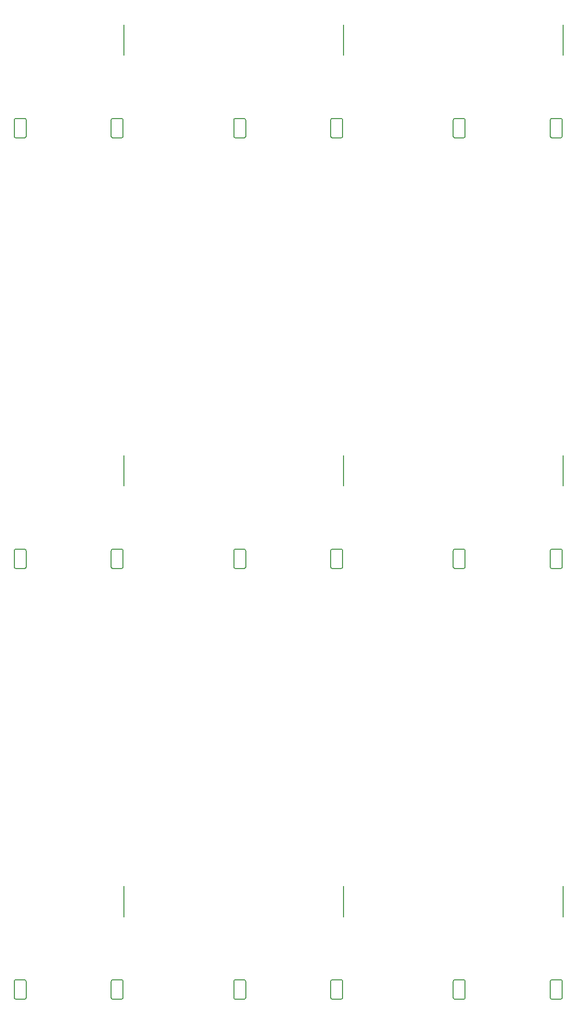
<source format=gbr>
G04 #@! TF.GenerationSoftware,KiCad,Pcbnew,(5.0.0)*
G04 #@! TF.CreationDate,2019-01-02T15:44:26-06:00*
G04 #@! TF.ProjectId,fk-sonar-v0.07-03x03,666B2D736F6E61722D76302E30372D30,0.1*
G04 #@! TF.SameCoordinates,Original*
G04 #@! TF.FileFunction,Legend,Bot*
G04 #@! TF.FilePolarity,Positive*
%FSLAX46Y46*%
G04 Gerber Fmt 4.6, Leading zero omitted, Abs format (unit mm)*
G04 Created by KiCad (PCBNEW (5.0.0)) date 01/02/19 15:44:26*
%MOMM*%
%LPD*%
G01*
G04 APERTURE LIST*
%ADD10C,0.150000*%
%ADD11C,0.152400*%
G04 APERTURE END LIST*
D10*
G04 #@! TO.C,J3*
X182594500Y-202612000D02*
X182594500Y-200612000D01*
X182594500Y-200602000D02*
X182594500Y-199002000D01*
X182594500Y-204222000D02*
X182594500Y-202622000D01*
X145094500Y-202612000D02*
X145094500Y-200612000D01*
X145094500Y-200602000D02*
X145094500Y-199002000D01*
X145094500Y-204222000D02*
X145094500Y-202622000D01*
X107594500Y-202612000D02*
X107594500Y-200612000D01*
X107594500Y-200602000D02*
X107594500Y-199002000D01*
X107594500Y-204222000D02*
X107594500Y-202622000D01*
X182594500Y-129112000D02*
X182594500Y-127112000D01*
X182594500Y-127102000D02*
X182594500Y-125502000D01*
X182594500Y-130722000D02*
X182594500Y-129122000D01*
X145094500Y-129112000D02*
X145094500Y-127112000D01*
X145094500Y-127102000D02*
X145094500Y-125502000D01*
X145094500Y-130722000D02*
X145094500Y-129122000D01*
X107594500Y-129112000D02*
X107594500Y-127112000D01*
X107594500Y-127102000D02*
X107594500Y-125502000D01*
X107594500Y-130722000D02*
X107594500Y-129122000D01*
X182594500Y-55612000D02*
X182594500Y-53612000D01*
X182594500Y-53602000D02*
X182594500Y-52002000D01*
X182594500Y-57222000D02*
X182594500Y-55622000D01*
X145094500Y-55612000D02*
X145094500Y-53612000D01*
X145094500Y-53602000D02*
X145094500Y-52002000D01*
X145094500Y-57222000D02*
X145094500Y-55622000D01*
D11*
G04 #@! TO.C,J5*
X182457500Y-218058500D02*
X182457500Y-215264500D01*
X180679500Y-218312500D02*
G75*
G02X180425500Y-218058500I0J254000D01*
G01*
X180425500Y-215264500D02*
G75*
G02X180679500Y-215010500I254000J0D01*
G01*
X182457500Y-215264500D02*
G75*
G03X182203500Y-215010500I-254000J0D01*
G01*
X182203500Y-218312500D02*
G75*
G03X182457500Y-218058500I0J254000D01*
G01*
X182203500Y-218312500D02*
X180679500Y-218312500D01*
X182203500Y-215010500D02*
X180679500Y-215010500D01*
X180425500Y-215264500D02*
X180425500Y-218058500D01*
X144957500Y-218058500D02*
X144957500Y-215264500D01*
X143179500Y-218312500D02*
G75*
G02X142925500Y-218058500I0J254000D01*
G01*
X142925500Y-215264500D02*
G75*
G02X143179500Y-215010500I254000J0D01*
G01*
X144957500Y-215264500D02*
G75*
G03X144703500Y-215010500I-254000J0D01*
G01*
X144703500Y-218312500D02*
G75*
G03X144957500Y-218058500I0J254000D01*
G01*
X144703500Y-218312500D02*
X143179500Y-218312500D01*
X144703500Y-215010500D02*
X143179500Y-215010500D01*
X142925500Y-215264500D02*
X142925500Y-218058500D01*
X107457500Y-218058500D02*
X107457500Y-215264500D01*
X105679500Y-218312500D02*
G75*
G02X105425500Y-218058500I0J254000D01*
G01*
X105425500Y-215264500D02*
G75*
G02X105679500Y-215010500I254000J0D01*
G01*
X107457500Y-215264500D02*
G75*
G03X107203500Y-215010500I-254000J0D01*
G01*
X107203500Y-218312500D02*
G75*
G03X107457500Y-218058500I0J254000D01*
G01*
X107203500Y-218312500D02*
X105679500Y-218312500D01*
X107203500Y-215010500D02*
X105679500Y-215010500D01*
X105425500Y-215264500D02*
X105425500Y-218058500D01*
X182457500Y-144558500D02*
X182457500Y-141764500D01*
X180679500Y-144812500D02*
G75*
G02X180425500Y-144558500I0J254000D01*
G01*
X180425500Y-141764500D02*
G75*
G02X180679500Y-141510500I254000J0D01*
G01*
X182457500Y-141764500D02*
G75*
G03X182203500Y-141510500I-254000J0D01*
G01*
X182203500Y-144812500D02*
G75*
G03X182457500Y-144558500I0J254000D01*
G01*
X182203500Y-144812500D02*
X180679500Y-144812500D01*
X182203500Y-141510500D02*
X180679500Y-141510500D01*
X180425500Y-141764500D02*
X180425500Y-144558500D01*
X144957500Y-144558500D02*
X144957500Y-141764500D01*
X143179500Y-144812500D02*
G75*
G02X142925500Y-144558500I0J254000D01*
G01*
X142925500Y-141764500D02*
G75*
G02X143179500Y-141510500I254000J0D01*
G01*
X144957500Y-141764500D02*
G75*
G03X144703500Y-141510500I-254000J0D01*
G01*
X144703500Y-144812500D02*
G75*
G03X144957500Y-144558500I0J254000D01*
G01*
X144703500Y-144812500D02*
X143179500Y-144812500D01*
X144703500Y-141510500D02*
X143179500Y-141510500D01*
X142925500Y-141764500D02*
X142925500Y-144558500D01*
X107457500Y-144558500D02*
X107457500Y-141764500D01*
X105679500Y-144812500D02*
G75*
G02X105425500Y-144558500I0J254000D01*
G01*
X105425500Y-141764500D02*
G75*
G02X105679500Y-141510500I254000J0D01*
G01*
X107457500Y-141764500D02*
G75*
G03X107203500Y-141510500I-254000J0D01*
G01*
X107203500Y-144812500D02*
G75*
G03X107457500Y-144558500I0J254000D01*
G01*
X107203500Y-144812500D02*
X105679500Y-144812500D01*
X107203500Y-141510500D02*
X105679500Y-141510500D01*
X105425500Y-141764500D02*
X105425500Y-144558500D01*
X182457500Y-71058500D02*
X182457500Y-68264500D01*
X180679500Y-71312500D02*
G75*
G02X180425500Y-71058500I0J254000D01*
G01*
X180425500Y-68264500D02*
G75*
G02X180679500Y-68010500I254000J0D01*
G01*
X182457500Y-68264500D02*
G75*
G03X182203500Y-68010500I-254000J0D01*
G01*
X182203500Y-71312500D02*
G75*
G03X182457500Y-71058500I0J254000D01*
G01*
X182203500Y-71312500D02*
X180679500Y-71312500D01*
X182203500Y-68010500D02*
X180679500Y-68010500D01*
X180425500Y-68264500D02*
X180425500Y-71058500D01*
X144957500Y-71058500D02*
X144957500Y-68264500D01*
X143179500Y-71312500D02*
G75*
G02X142925500Y-71058500I0J254000D01*
G01*
X142925500Y-68264500D02*
G75*
G02X143179500Y-68010500I254000J0D01*
G01*
X144957500Y-68264500D02*
G75*
G03X144703500Y-68010500I-254000J0D01*
G01*
X144703500Y-71312500D02*
G75*
G03X144957500Y-71058500I0J254000D01*
G01*
X144703500Y-71312500D02*
X143179500Y-71312500D01*
X144703500Y-68010500D02*
X143179500Y-68010500D01*
X142925500Y-68264500D02*
X142925500Y-71058500D01*
G04 #@! TO.C,J7*
X163852000Y-215264500D02*
X163852000Y-218058500D01*
X165630000Y-215010500D02*
X164106000Y-215010500D01*
X165630000Y-218312500D02*
X164106000Y-218312500D01*
X165630000Y-218312500D02*
G75*
G03X165884000Y-218058500I0J254000D01*
G01*
X165884000Y-215264500D02*
G75*
G03X165630000Y-215010500I-254000J0D01*
G01*
X163852000Y-215264500D02*
G75*
G02X164106000Y-215010500I254000J0D01*
G01*
X164106000Y-218312500D02*
G75*
G02X163852000Y-218058500I0J254000D01*
G01*
X165884000Y-218058500D02*
X165884000Y-215264500D01*
X126352000Y-215264500D02*
X126352000Y-218058500D01*
X128130000Y-215010500D02*
X126606000Y-215010500D01*
X128130000Y-218312500D02*
X126606000Y-218312500D01*
X128130000Y-218312500D02*
G75*
G03X128384000Y-218058500I0J254000D01*
G01*
X128384000Y-215264500D02*
G75*
G03X128130000Y-215010500I-254000J0D01*
G01*
X126352000Y-215264500D02*
G75*
G02X126606000Y-215010500I254000J0D01*
G01*
X126606000Y-218312500D02*
G75*
G02X126352000Y-218058500I0J254000D01*
G01*
X128384000Y-218058500D02*
X128384000Y-215264500D01*
X88852000Y-215264500D02*
X88852000Y-218058500D01*
X90630000Y-215010500D02*
X89106000Y-215010500D01*
X90630000Y-218312500D02*
X89106000Y-218312500D01*
X90630000Y-218312500D02*
G75*
G03X90884000Y-218058500I0J254000D01*
G01*
X90884000Y-215264500D02*
G75*
G03X90630000Y-215010500I-254000J0D01*
G01*
X88852000Y-215264500D02*
G75*
G02X89106000Y-215010500I254000J0D01*
G01*
X89106000Y-218312500D02*
G75*
G02X88852000Y-218058500I0J254000D01*
G01*
X90884000Y-218058500D02*
X90884000Y-215264500D01*
X163852000Y-141764500D02*
X163852000Y-144558500D01*
X165630000Y-141510500D02*
X164106000Y-141510500D01*
X165630000Y-144812500D02*
X164106000Y-144812500D01*
X165630000Y-144812500D02*
G75*
G03X165884000Y-144558500I0J254000D01*
G01*
X165884000Y-141764500D02*
G75*
G03X165630000Y-141510500I-254000J0D01*
G01*
X163852000Y-141764500D02*
G75*
G02X164106000Y-141510500I254000J0D01*
G01*
X164106000Y-144812500D02*
G75*
G02X163852000Y-144558500I0J254000D01*
G01*
X165884000Y-144558500D02*
X165884000Y-141764500D01*
X126352000Y-141764500D02*
X126352000Y-144558500D01*
X128130000Y-141510500D02*
X126606000Y-141510500D01*
X128130000Y-144812500D02*
X126606000Y-144812500D01*
X128130000Y-144812500D02*
G75*
G03X128384000Y-144558500I0J254000D01*
G01*
X128384000Y-141764500D02*
G75*
G03X128130000Y-141510500I-254000J0D01*
G01*
X126352000Y-141764500D02*
G75*
G02X126606000Y-141510500I254000J0D01*
G01*
X126606000Y-144812500D02*
G75*
G02X126352000Y-144558500I0J254000D01*
G01*
X128384000Y-144558500D02*
X128384000Y-141764500D01*
X88852000Y-141764500D02*
X88852000Y-144558500D01*
X90630000Y-141510500D02*
X89106000Y-141510500D01*
X90630000Y-144812500D02*
X89106000Y-144812500D01*
X90630000Y-144812500D02*
G75*
G03X90884000Y-144558500I0J254000D01*
G01*
X90884000Y-141764500D02*
G75*
G03X90630000Y-141510500I-254000J0D01*
G01*
X88852000Y-141764500D02*
G75*
G02X89106000Y-141510500I254000J0D01*
G01*
X89106000Y-144812500D02*
G75*
G02X88852000Y-144558500I0J254000D01*
G01*
X90884000Y-144558500D02*
X90884000Y-141764500D01*
X163852000Y-68264500D02*
X163852000Y-71058500D01*
X165630000Y-68010500D02*
X164106000Y-68010500D01*
X165630000Y-71312500D02*
X164106000Y-71312500D01*
X165630000Y-71312500D02*
G75*
G03X165884000Y-71058500I0J254000D01*
G01*
X165884000Y-68264500D02*
G75*
G03X165630000Y-68010500I-254000J0D01*
G01*
X163852000Y-68264500D02*
G75*
G02X164106000Y-68010500I254000J0D01*
G01*
X164106000Y-71312500D02*
G75*
G02X163852000Y-71058500I0J254000D01*
G01*
X165884000Y-71058500D02*
X165884000Y-68264500D01*
X126352000Y-68264500D02*
X126352000Y-71058500D01*
X128130000Y-68010500D02*
X126606000Y-68010500D01*
X128130000Y-71312500D02*
X126606000Y-71312500D01*
X128130000Y-71312500D02*
G75*
G03X128384000Y-71058500I0J254000D01*
G01*
X128384000Y-68264500D02*
G75*
G03X128130000Y-68010500I-254000J0D01*
G01*
X126352000Y-68264500D02*
G75*
G02X126606000Y-68010500I254000J0D01*
G01*
X126606000Y-71312500D02*
G75*
G02X126352000Y-71058500I0J254000D01*
G01*
X128384000Y-71058500D02*
X128384000Y-68264500D01*
D10*
G04 #@! TO.C,J3*
X107594500Y-57222000D02*
X107594500Y-55622000D01*
X107594500Y-53602000D02*
X107594500Y-52002000D01*
X107594500Y-55612000D02*
X107594500Y-53612000D01*
D11*
G04 #@! TO.C,J5*
X105425500Y-68264500D02*
X105425500Y-71058500D01*
X107203500Y-68010500D02*
X105679500Y-68010500D01*
X107203500Y-71312500D02*
X105679500Y-71312500D01*
X107203500Y-71312500D02*
G75*
G03X107457500Y-71058500I0J254000D01*
G01*
X107457500Y-68264500D02*
G75*
G03X107203500Y-68010500I-254000J0D01*
G01*
X105425500Y-68264500D02*
G75*
G02X105679500Y-68010500I254000J0D01*
G01*
X105679500Y-71312500D02*
G75*
G02X105425500Y-71058500I0J254000D01*
G01*
X107457500Y-71058500D02*
X107457500Y-68264500D01*
G04 #@! TO.C,J7*
X90884000Y-71058500D02*
X90884000Y-68264500D01*
X89106000Y-71312500D02*
G75*
G02X88852000Y-71058500I0J254000D01*
G01*
X88852000Y-68264500D02*
G75*
G02X89106000Y-68010500I254000J0D01*
G01*
X90884000Y-68264500D02*
G75*
G03X90630000Y-68010500I-254000J0D01*
G01*
X90630000Y-71312500D02*
G75*
G03X90884000Y-71058500I0J254000D01*
G01*
X90630000Y-71312500D02*
X89106000Y-71312500D01*
X90630000Y-68010500D02*
X89106000Y-68010500D01*
X88852000Y-68264500D02*
X88852000Y-71058500D01*
G04 #@! TD*
M02*

</source>
